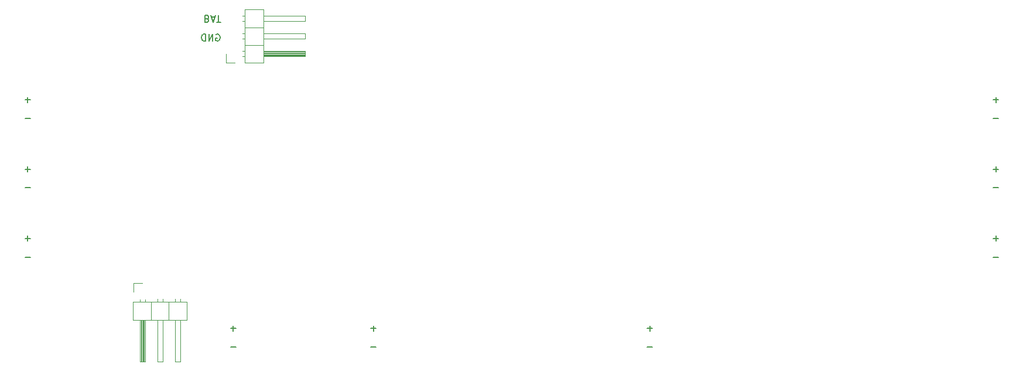
<source format=gbr>
%TF.GenerationSoftware,KiCad,Pcbnew,5.1.10-88a1d61d58~90~ubuntu20.04.1*%
%TF.CreationDate,2022-04-11T18:47:40-06:00*%
%TF.ProjectId,controller,636f6e74-726f-46c6-9c65-722e6b696361,rev?*%
%TF.SameCoordinates,Original*%
%TF.FileFunction,Legend,Bot*%
%TF.FilePolarity,Positive*%
%FSLAX46Y46*%
G04 Gerber Fmt 4.6, Leading zero omitted, Abs format (unit mm)*
G04 Created by KiCad (PCBNEW 5.1.10-88a1d61d58~90~ubuntu20.04.1) date 2022-04-11 18:47:40*
%MOMM*%
%LPD*%
G01*
G04 APERTURE LIST*
%ADD10C,0.150000*%
%ADD11C,0.120000*%
G04 APERTURE END LIST*
D10*
X62261904Y-109200000D02*
X62357142Y-109152380D01*
X62500000Y-109152380D01*
X62642857Y-109200000D01*
X62738095Y-109295238D01*
X62785714Y-109390476D01*
X62833333Y-109580952D01*
X62833333Y-109723809D01*
X62785714Y-109914285D01*
X62738095Y-110009523D01*
X62642857Y-110104761D01*
X62500000Y-110152380D01*
X62404761Y-110152380D01*
X62261904Y-110104761D01*
X62214285Y-110057142D01*
X62214285Y-109723809D01*
X62404761Y-109723809D01*
X61785714Y-110152380D02*
X61785714Y-109152380D01*
X61214285Y-110152380D01*
X61214285Y-109152380D01*
X60738095Y-110152380D02*
X60738095Y-109152380D01*
X60500000Y-109152380D01*
X60357142Y-109200000D01*
X60261904Y-109295238D01*
X60214285Y-109390476D01*
X60166666Y-109580952D01*
X60166666Y-109723809D01*
X60214285Y-109914285D01*
X60261904Y-110009523D01*
X60357142Y-110104761D01*
X60500000Y-110152380D01*
X60738095Y-110152380D01*
X60961904Y-106971428D02*
X61104761Y-106923809D01*
X61152380Y-106876190D01*
X61200000Y-106780952D01*
X61200000Y-106638095D01*
X61152380Y-106542857D01*
X61104761Y-106495238D01*
X61009523Y-106447619D01*
X60628571Y-106447619D01*
X60628571Y-107447619D01*
X60961904Y-107447619D01*
X61057142Y-107400000D01*
X61104761Y-107352380D01*
X61152380Y-107257142D01*
X61152380Y-107161904D01*
X61104761Y-107066666D01*
X61057142Y-107019047D01*
X60961904Y-106971428D01*
X60628571Y-106971428D01*
X61580952Y-106733333D02*
X62057142Y-106733333D01*
X61485714Y-106447619D02*
X61819047Y-107447619D01*
X62152380Y-106447619D01*
X62342857Y-107447619D02*
X62914285Y-107447619D01*
X62628571Y-106447619D02*
X62628571Y-107447619D01*
D11*
%TO.C,J5*%
X50270000Y-147840000D02*
X58010000Y-147840000D01*
X58010000Y-147840000D02*
X58010000Y-150500000D01*
X58010000Y-150500000D02*
X50270000Y-150500000D01*
X50270000Y-150500000D02*
X50270000Y-147840000D01*
X51220000Y-150500000D02*
X51220000Y-156500000D01*
X51220000Y-156500000D02*
X51980000Y-156500000D01*
X51980000Y-156500000D02*
X51980000Y-150500000D01*
X51280000Y-150500000D02*
X51280000Y-156500000D01*
X51400000Y-150500000D02*
X51400000Y-156500000D01*
X51520000Y-150500000D02*
X51520000Y-156500000D01*
X51640000Y-150500000D02*
X51640000Y-156500000D01*
X51760000Y-150500000D02*
X51760000Y-156500000D01*
X51880000Y-150500000D02*
X51880000Y-156500000D01*
X51220000Y-147510000D02*
X51220000Y-147840000D01*
X51980000Y-147510000D02*
X51980000Y-147840000D01*
X52870000Y-147840000D02*
X52870000Y-150500000D01*
X53760000Y-150500000D02*
X53760000Y-156500000D01*
X53760000Y-156500000D02*
X54520000Y-156500000D01*
X54520000Y-156500000D02*
X54520000Y-150500000D01*
X53760000Y-147442929D02*
X53760000Y-147840000D01*
X54520000Y-147442929D02*
X54520000Y-147840000D01*
X55410000Y-147840000D02*
X55410000Y-150500000D01*
X56300000Y-150500000D02*
X56300000Y-156500000D01*
X56300000Y-156500000D02*
X57060000Y-156500000D01*
X57060000Y-156500000D02*
X57060000Y-150500000D01*
X56300000Y-147442929D02*
X56300000Y-147840000D01*
X57060000Y-147442929D02*
X57060000Y-147840000D01*
X51600000Y-145130000D02*
X50330000Y-145130000D01*
X50330000Y-145130000D02*
X50330000Y-146400000D01*
%TO.C,J2*%
X66440000Y-113330000D02*
X66440000Y-105590000D01*
X66440000Y-105590000D02*
X69100000Y-105590000D01*
X69100000Y-105590000D02*
X69100000Y-113330000D01*
X69100000Y-113330000D02*
X66440000Y-113330000D01*
X69100000Y-112380000D02*
X75100000Y-112380000D01*
X75100000Y-112380000D02*
X75100000Y-111620000D01*
X75100000Y-111620000D02*
X69100000Y-111620000D01*
X69100000Y-112320000D02*
X75100000Y-112320000D01*
X69100000Y-112200000D02*
X75100000Y-112200000D01*
X69100000Y-112080000D02*
X75100000Y-112080000D01*
X69100000Y-111960000D02*
X75100000Y-111960000D01*
X69100000Y-111840000D02*
X75100000Y-111840000D01*
X69100000Y-111720000D02*
X75100000Y-111720000D01*
X66110000Y-112380000D02*
X66440000Y-112380000D01*
X66110000Y-111620000D02*
X66440000Y-111620000D01*
X66440000Y-110730000D02*
X69100000Y-110730000D01*
X69100000Y-109840000D02*
X75100000Y-109840000D01*
X75100000Y-109840000D02*
X75100000Y-109080000D01*
X75100000Y-109080000D02*
X69100000Y-109080000D01*
X66042929Y-109840000D02*
X66440000Y-109840000D01*
X66042929Y-109080000D02*
X66440000Y-109080000D01*
X66440000Y-108190000D02*
X69100000Y-108190000D01*
X69100000Y-107300000D02*
X75100000Y-107300000D01*
X75100000Y-107300000D02*
X75100000Y-106540000D01*
X75100000Y-106540000D02*
X69100000Y-106540000D01*
X66042929Y-107300000D02*
X66440000Y-107300000D01*
X66042929Y-106540000D02*
X66440000Y-106540000D01*
X63730000Y-112000000D02*
X63730000Y-113270000D01*
X63730000Y-113270000D02*
X65000000Y-113270000D01*
%TO.C,SW9*%
D10*
X64369047Y-154371428D02*
X65130952Y-154371428D01*
X64369047Y-151671428D02*
X65130952Y-151671428D01*
X64750000Y-152052380D02*
X64750000Y-151290476D01*
%TO.C,SW8*%
X84619047Y-154371428D02*
X85380952Y-154371428D01*
X84619047Y-151671428D02*
X85380952Y-151671428D01*
X85000000Y-152052380D02*
X85000000Y-151290476D01*
%TO.C,SW7*%
X124619047Y-154371428D02*
X125380952Y-154371428D01*
X124619047Y-151671428D02*
X125380952Y-151671428D01*
X125000000Y-152052380D02*
X125000000Y-151290476D01*
%TO.C,SW6*%
X174619047Y-141371428D02*
X175380952Y-141371428D01*
X174619047Y-138671428D02*
X175380952Y-138671428D01*
X175000000Y-139052380D02*
X175000000Y-138290476D01*
%TO.C,SW5*%
X174619047Y-131371428D02*
X175380952Y-131371428D01*
X174619047Y-128671428D02*
X175380952Y-128671428D01*
X175000000Y-129052380D02*
X175000000Y-128290476D01*
%TO.C,SW4*%
X174619047Y-121371428D02*
X175380952Y-121371428D01*
X174619047Y-118671428D02*
X175380952Y-118671428D01*
X175000000Y-119052380D02*
X175000000Y-118290476D01*
%TO.C,SW3*%
X34619047Y-141371428D02*
X35380952Y-141371428D01*
X34619047Y-138671428D02*
X35380952Y-138671428D01*
X35000000Y-139052380D02*
X35000000Y-138290476D01*
%TO.C,SW2*%
X34619047Y-131371428D02*
X35380952Y-131371428D01*
X34619047Y-128671428D02*
X35380952Y-128671428D01*
X35000000Y-129052380D02*
X35000000Y-128290476D01*
%TO.C,SW1*%
X34619047Y-121371428D02*
X35380952Y-121371428D01*
X34619047Y-118671428D02*
X35380952Y-118671428D01*
X35000000Y-119052380D02*
X35000000Y-118290476D01*
%TD*%
M02*

</source>
